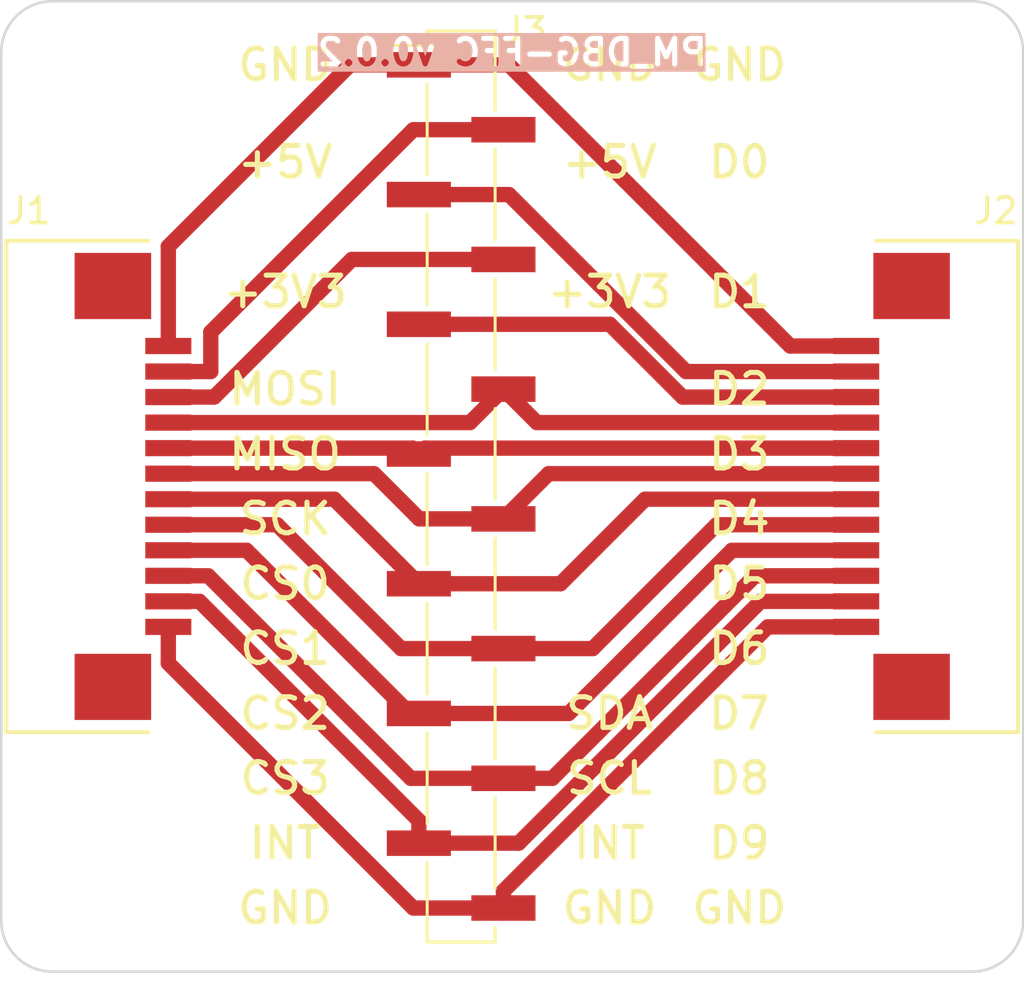
<source format=kicad_pcb>
(kicad_pcb (version 20241229) (generator "pcbnew") (generator_version "9.0")
  (layers (0 "F.Cu" signal) (2 "B.Cu" signal) (13 "F.Paste" user) (15 "B.Paste" user) (5 "F.SilkS" user "F.Silkscreen") (7 "B.SilkS" user "B.Silkscreen") (1 "F.Mask" user) (3 "B.Mask" user) (25 "Edge.Cuts" user))
  (property "article" "PM_DBG-FFC")
  (property "version" "0.0.2")
  (net 0 "")
  (net 3 "/L09")
  (net 4 "/L06")
  (net 5 "/L05")
  (net 6 "/L08")
  (net 7 "/L01")
  (net 8 "/L03_in")
  (net 9 "/L07")
  (net 10 "/L10")
  (net 11 "/L11")
  (net 12 "/L02_in")
  (net 13 "/L04")
  (net 14 "/L12")
  (net 17 "/L03_out")
  (net 18 "/L02_out")
  (footprint "Connector_PinHeader_2.54mm:PinHeader_1x14_P2.54mm_Vertical_SMD_Pin1Left" (layer "F.Cu") (at 119 69)
    (property "Reference" "J3" (at 2.5 -17.84 0) (layer "F.SilkS"))
    (property "Value" "PinHeader_01x14_P2.54_SMD_straight")
    (fp_line (start -1.33 -17.84) (end -1.33 -17.27) (stroke (width 0.12)) (layer "F.SilkS"))
    (fp_line (start -1.33 -17.84) (end 1.33 -17.84) (stroke (width 0.12)) (layer "F.SilkS"))
    (fp_line (start -1.33 -17.27) (end -2.85 -17.27) (stroke (width 0.12)) (layer "F.SilkS"))
    (fp_line (start -1.33 -15.75) (end -1.33 -12.19) (stroke (width 0.12)) (layer "F.SilkS"))
    (fp_line (start -1.33 -10.67) (end -1.33 -7.11) (stroke (width 0.12)) (layer "F.SilkS"))
    (fp_line (start -1.33 -5.59) (end -1.33 -2.03) (stroke (width 0.12)) (layer "F.SilkS"))
    (fp_line (start -1.33 -0.51) (end -1.33 3.05) (stroke (width 0.12)) (layer "F.SilkS"))
    (fp_line (start -1.33 4.57) (end -1.33 8.13) (stroke (width 0.12)) (layer "F.SilkS"))
    (fp_line (start -1.33 9.65) (end -1.33 13.21) (stroke (width 0.12)) (layer "F.SilkS"))
    (fp_line (start -1.33 14.73) (end -1.33 17.84) (stroke (width 0.12)) (layer "F.SilkS"))
    (fp_line (start -1.33 17.84) (end 1.33 17.84) (stroke (width 0.12)) (layer "F.SilkS"))
    (fp_line (start 1.33 -17.84) (end 1.33 -14.73) (stroke (width 0.12)) (layer "F.SilkS"))
    (fp_line (start 1.33 -13.21) (end 1.33 -9.65) (stroke (width 0.12)) (layer "F.SilkS"))
    (fp_line (start 1.33 -8.13) (end 1.33 -4.57) (stroke (width 0.12)) (layer "F.SilkS"))
    (fp_line (start 1.33 -3.05) (end 1.33 0.51) (stroke (width 0.12)) (layer "F.SilkS"))
    (fp_line (start 1.33 2.03) (end 1.33 5.59) (stroke (width 0.12)) (layer "F.SilkS"))
    (fp_line (start 1.33 7.11) (end 1.33 10.67) (stroke (width 0.12)) (layer "F.SilkS"))
    (fp_line (start 1.33 12.19) (end 1.33 15.75) (stroke (width 0.12)) (layer "F.SilkS"))
    (fp_line (start 1.33 17.27) (end 1.33 17.84) (stroke (width 0.12)) (layer "F.SilkS"))
    (pad "1" smd rect (at -1.655 -16.51) (size 2.51 1) (layers "F.Cu" "F.Mask" "F.Paste") (net 7 "/L01"))
    (pad "2" smd rect (at 1.655 -13.97) (size 2.51 1) (layers "F.Cu" "F.Mask" "F.Paste") (net 12 "/L02_in"))
    (pad "3" smd rect (at -1.655 -11.43) (size 2.51 1) (layers "F.Cu" "F.Mask" "F.Paste") (net 18 "/L02_out"))
    (pad "4" smd rect (at 1.655 -8.89) (size 2.51 1) (layers "F.Cu" "F.Mask" "F.Paste") (net 8 "/L03_in"))
    (pad "5" smd rect (at -1.655 -6.35) (size 2.51 1) (layers "F.Cu" "F.Mask" "F.Paste") (net 17 "/L03_out"))
    (pad "6" smd rect (at 1.655 -3.81) (size 2.51 1) (layers "F.Cu" "F.Mask" "F.Paste") (net 13 "/L04"))
    (pad "7" smd rect (at -1.655 -1.27) (size 2.51 1) (layers "F.Cu" "F.Mask" "F.Paste") (net 5 "/L05"))
    (pad "8" smd rect (at 1.655 1.27) (size 2.51 1) (layers "F.Cu" "F.Mask" "F.Paste") (net 4 "/L06"))
    (pad "9" smd rect (at -1.655 3.81) (size 2.51 1) (layers "F.Cu" "F.Mask" "F.Paste") (net 9 "/L07"))
    (pad "10" smd rect (at 1.655 6.35) (size 2.51 1) (layers "F.Cu" "F.Mask" "F.Paste") (net 6 "/L08"))
    (pad "11" smd rect (at -1.655 8.89) (size 2.51 1) (layers "F.Cu" "F.Mask" "F.Paste") (net 3 "/L09"))
    (pad "12" smd rect (at 1.655 11.43) (size 2.51 1) (layers "F.Cu" "F.Mask" "F.Paste") (net 10 "/L10"))
    (pad "13" smd rect (at -1.655 13.97) (size 2.51 1) (layers "F.Cu" "F.Mask" "F.Paste") (net 11 "/L11"))
    (pad "14" smd rect (at 1.655 16.51) (size 2.51 1) (layers "F.Cu" "F.Mask" "F.Paste") (net 14 "/L12"))
  )
  (footprint "kicad_inventree_lib:CONN10_AFA07-S12_JUS" (layer "F.Cu") (at 103.982 69 -90)
    (property "Reference" "J1" (at -10.795 1.905 0) (layer "F.SilkS"))
    (property "Value" "AFA07-S12FCC-00")
    (fp_line (start -9.623301 2.7813) (end 9.623301 2.7813) (stroke (width 0.1524)) (layer "F.SilkS"))
    (fp_line (start 9.623301 2.7813) (end 9.623301 -2.7813) (stroke (width 0.1524)) (layer "F.SilkS"))
    (fp_line (start -9.623301 -2.7813) (end -9.623301 2.7813) (stroke (width 0.1524)) (layer "F.SilkS"))
    (pad "1" smd rect (at -5.499992 -3.556 270) (size 0.635 1.8034) (layers "F.Cu" "F.Mask" "F.Paste") (net 7 "/L01"))
    (pad "2" smd rect (at -4.499994 -3.556 270) (size 0.635 1.8034) (layers "F.Cu" "F.Mask" "F.Paste") (net 12 "/L02_in"))
    (pad "3" smd rect (at -3.499996 -3.556 270) (size 0.635 1.8034) (layers "F.Cu" "F.Mask" "F.Paste") (net 8 "/L03_in"))
    (pad "4" smd rect (at -2.499998 -3.556 270) (size 0.635 1.8034) (layers "F.Cu" "F.Mask" "F.Paste") (net 13 "/L04"))
    (pad "5" smd rect (at -1.5 -3.556 270) (size 0.635 1.8034) (layers "F.Cu" "F.Mask" "F.Paste") (net 5 "/L05"))
    (pad "6" smd rect (at -0.5 -3.556 270) (size 0.635 1.8034) (layers "F.Cu" "F.Mask" "F.Paste") (net 4 "/L06"))
    (pad "7" smd rect (at 0.5 -3.556 270) (size 0.635 1.8034) (layers "F.Cu" "F.Mask" "F.Paste") (net 9 "/L07"))
    (pad "8" smd rect (at 1.5 -3.556 270) (size 0.635 1.8034) (layers "F.Cu" "F.Mask" "F.Paste") (net 6 "/L08"))
    (pad "9" smd rect (at 2.499998 -3.556 270) (size 0.635 1.8034) (layers "F.Cu" "F.Mask" "F.Paste") (net 3 "/L09"))
    (pad "10" smd rect (at 3.499996 -3.556 270) (size 0.635 1.8034) (layers "F.Cu" "F.Mask" "F.Paste") (net 10 "/L10"))
    (pad "11" smd rect (at 4.499994 -3.556 270) (size 0.635 1.8034) (layers "F.Cu" "F.Mask" "F.Paste") (net 11 "/L11"))
    (pad "12" smd rect (at 5.499992 -3.556 270) (size 0.635 1.8034) (layers "F.Cu" "F.Mask" "F.Paste") (net 14 "/L12"))
    (pad "13" smd rect (at -7.850003 -1.385999 270) (size 2.5908 2.9972) (layers "F.Cu" "F.Mask" "F.Paste"))
    (pad "13" smd rect (at 7.850003 -1.385999 270) (size 2.5908 2.9972) (layers "F.Cu" "F.Mask" "F.Paste"))
  )
  (footprint "kicad_inventree_lib:CONN10_AFA07-S12_JUS" (layer "F.Cu") (at 138.018 69 90)
    (property "Reference" "J2" (at 10.795 1.905 0) (layer "F.SilkS"))
    (property "Value" "AFA07-S12FCC-00")
    (fp_line (start -9.623301 -2.7813) (end -9.623301 2.7813) (stroke (width 0.1524)) (layer "F.SilkS"))
    (fp_line (start 9.623301 2.7813) (end 9.623301 -2.7813) (stroke (width 0.1524)) (layer "F.SilkS"))
    (fp_line (start -9.623301 2.7813) (end 9.623301 2.7813) (stroke (width 0.1524)) (layer "F.SilkS"))
    (pad "1" smd rect (at -5.499992 -3.556 90) (size 0.635 1.8034) (layers "F.Cu" "F.Mask" "F.Paste") (net 14 "/L12"))
    (pad "2" smd rect (at -4.499994 -3.556 90) (size 0.635 1.8034) (layers "F.Cu" "F.Mask" "F.Paste") (net 11 "/L11"))
    (pad "3" smd rect (at -3.499996 -3.556 90) (size 0.635 1.8034) (layers "F.Cu" "F.Mask" "F.Paste") (net 10 "/L10"))
    (pad "4" smd rect (at -2.499998 -3.556 90) (size 0.635 1.8034) (layers "F.Cu" "F.Mask" "F.Paste") (net 3 "/L09"))
    (pad "5" smd rect (at -1.5 -3.556 90) (size 0.635 1.8034) (layers "F.Cu" "F.Mask" "F.Paste") (net 6 "/L08"))
    (pad "6" smd rect (at -0.5 -3.556 90) (size 0.635 1.8034) (layers "F.Cu" "F.Mask" "F.Paste") (net 9 "/L07"))
    (pad "7" smd rect (at 0.5 -3.556 90) (size 0.635 1.8034) (layers "F.Cu" "F.Mask" "F.Paste") (net 4 "/L06"))
    (pad "8" smd rect (at 1.5 -3.556 90) (size 0.635 1.8034) (layers "F.Cu" "F.Mask" "F.Paste") (net 5 "/L05"))
    (pad "9" smd rect (at 2.499998 -3.556 90) (size 0.635 1.8034) (layers "F.Cu" "F.Mask" "F.Paste") (net 13 "/L04"))
    (pad "10" smd rect (at 3.499996 -3.556 90) (size 0.635 1.8034) (layers "F.Cu" "F.Mask" "F.Paste") (net 17 "/L03_out"))
    (pad "11" smd rect (at 4.499994 -3.556 90) (size 0.635 1.8034) (layers "F.Cu" "F.Mask" "F.Paste") (net 18 "/L02_out"))
    (pad "12" smd rect (at 5.499992 -3.556 90) (size 0.635 1.8034) (layers "F.Cu" "F.Mask" "F.Paste") (net 7 "/L01"))
    (pad "13" smd rect (at -7.850003 -1.385999 90) (size 2.5908 2.9972) (layers "F.Cu" "F.Mask" "F.Paste"))
    (pad "13" smd rect (at 7.850003 -1.385999 90) (size 2.5908 2.9972) (layers "F.Cu" "F.Mask" "F.Paste"))
  )
  (gr_arc (start 101 52) (mid 101.585786 50.585786) (end 103 50) (stroke (width 0.1)) (layer "Edge.Cuts"))
  (gr_arc (start 141 86) (mid 140.414214 87.414214) (end 139 88) (stroke (width 0.1)) (layer "Edge.Cuts"))
  (gr_arc (start 139 50) (mid 140.414214 50.585786) (end 141 52) (stroke (width 0.1)) (layer "Edge.Cuts"))
  (gr_line (start 103 88) (end 139 88) (stroke (width 0.1)) (layer "Edge.Cuts"))
  (gr_line (start 101 86) (end 101 52) (stroke (width 0.1)) (layer "Edge.Cuts"))
  (gr_line (start 141 52) (end 141 86) (stroke (width 0.1)) (layer "Edge.Cuts"))
  (gr_line (start 103 50) (end 139 50) (stroke (width 0.1)) (layer "Edge.Cuts"))
  (gr_arc (start 103 88) (mid 101.585786 87.414214) (end 101 86) (stroke (width 0.1)) (layer "Edge.Cuts"))
  (gr_text "D9" (at 129.89 82.97 0) (layer "F.SilkS") (effects (font (size 1.2 1.2) (thickness 0.2) (bold yes))))
  (gr_text "CS3" (at 112.11 80.43 0) (layer "F.SilkS") (effects (font (size 1.2 1.2) (thickness 0.2) (bold yes))))
  (gr_text "GND" (at 129.89 52.49 0) (layer "F.SilkS") (effects (font (size 1.2 1.2) (thickness 0.2) (bold yes))))
  (gr_text "MISO" (at 112.11 67.73 0) (layer "F.SilkS") (effects (font (size 1.2 1.2) (thickness 0.2) (bold yes))))
  (gr_text "SDA" (at 124.81 77.89 0) (layer "F.SilkS") (effects (font (size 1.2 1.2) (thickness 0.2) (bold yes))))
  (gr_text "D4" (at 129.89 70.27 0) (layer "F.SilkS") (effects (font (size 1.2 1.2) (thickness 0.2) (bold yes))))
  (gr_text "GND" (at 129.89 85.51 0) (layer "F.SilkS") (effects (font (size 1.2 1.2) (thickness 0.2) (bold yes))))
  (gr_text "+3V3" (at 112.11 61.38 0) (layer "F.SilkS") (effects (font (size 1.2 1.2) (thickness 0.2) (bold yes))))
  (gr_text "D2" (at 129.89 65.19 0) (layer "F.SilkS") (effects (font (size 1.2 1.2) (thickness 0.2) (bold yes))))
  (gr_text "GND" (at 112.11 52.49 0) (layer "F.SilkS") (effects (font (size 1.2 1.2) (thickness 0.2) (bold yes))))
  (gr_text "INT" (at 112.11 82.97 0) (layer "F.SilkS") (effects (font (size 1.2 1.2) (thickness 0.2) (bold yes))))
  (gr_text "CS1" (at 112.11 75.35 0) (layer "F.SilkS") (effects (font (size 1.2 1.2) (thickness 0.2) (bold yes))))
  (gr_text "INT" (at 124.81 82.97 0) (layer "F.SilkS") (effects (font (size 1.2 1.2) (thickness 0.2) (bold yes))))
  (gr_text "CS0" (at 112.11 72.81 0) (layer "F.SilkS") (effects (font (size 1.2 1.2) (thickness 0.2) (bold yes))))
  (gr_text "D6" (at 129.89 75.35 0) (layer "F.SilkS") (effects (font (size 1.2 1.2) (thickness 0.2) (bold yes))))
  (gr_text "MOSI" (at 112.11 65.19 0) (layer "F.SilkS") (effects (font (size 1.2 1.2) (thickness 0.2) (bold yes))))
  (gr_text "+3V3" (at 124.81 61.38 0) (layer "F.SilkS") (effects (font (size 1.2 1.2) (thickness 0.2) (bold yes))))
  (gr_text "D1" (at 129.89 61.38 0) (layer "F.SilkS") (effects (font (size 1.2 1.2) (thickness 0.2) (bold yes))))
  (gr_text "D5" (at 129.89 72.81 0) (layer "F.SilkS") (effects (font (size 1.2 1.2) (thickness 0.2) (bold yes))))
  (gr_text "CS2" (at 112.11 77.89 0) (layer "F.SilkS") (effects (font (size 1.2 1.2) (thickness 0.2) (bold yes))))
  (gr_text "SCL" (at 124.81 80.43 0) (layer "F.SilkS") (effects (font (size 1.2 1.2) (thickness 0.2) (bold yes))))
  (gr_text "GND" (at 124.81 85.51 0) (layer "F.SilkS") (effects (font (size 1.2 1.2) (thickness 0.2) (bold yes))))
  (gr_text "GND" (at 112.11 85.51 0) (layer "F.SilkS") (effects (font (size 1.2 1.2) (thickness 0.2) (bold yes))))
  (gr_text "D0" (at 129.89 56.3 0) (layer "F.SilkS") (effects (font (size 1.2 1.2) (thickness 0.2) (bold yes))))
  (gr_text "SCK" (at 112.11 70.27 0) (layer "F.SilkS") (effects (font (size 1.2 1.2) (thickness 0.2) (bold yes))))
  (gr_text "D7" (at 129.89 77.89 0) (layer "F.SilkS") (effects (font (size 1.2 1.2) (thickness 0.2) (bold yes))))
  (gr_text "D8" (at 129.89 80.43 0) (layer "F.SilkS") (effects (font (size 1.2 1.2) (thickness 0.2) (bold yes))))
  (gr_text "D3" (at 129.89 67.73 0) (layer "F.SilkS") (effects (font (size 1.2 1.2) (thickness 0.2) (bold yes))))
  (gr_text "GND" (at 124.81 52.49 0) (layer "F.SilkS") (effects (font (size 1.2 1.2) (thickness 0.2) (bold yes))))
  (gr_text "+5V" (at 112.11 56.3 0) (layer "F.SilkS") (effects (font (size 1.2 1.2) (thickness 0.2) (bold yes))))
  (gr_text "+5V" (at 124.81 56.3 0) (layer "F.SilkS") (effects (font (size 1.2 1.2) (thickness 0.2) (bold yes))))
  (gr_text "${article} v${version}" (at 121 52 0) (layer "B.SilkS" knockout) (effects (font (size 1 1) (thickness 0.2) (bold yes)) (justify mirror)))
  (segment (start 123.21 77.89) (end 129.600002 71.499998) (width 0.6) (layer "F.Cu") (net 3))
  (segment (start 117.345 77.89) (end 123.21 77.89) (width 0.6) (layer "F.Cu") (net 3))
  (segment (start 110.599998 71.499998) (end 116.99 77.89) (width 0.6) (layer "F.Cu") (net 3))
  (segment (start 116.99 77.89) (end 117.345 77.89) (width 0.6) (layer "F.Cu") (net 3))
  (segment (start 129.600002 71.499998) (end 134.462 71.499998) (width 0.6) (layer "F.Cu") (net 3))
  (segment (start 107.538 71.499998) (end 110.599998 71.499998) (width 0.6) (layer "F.Cu") (net 3))
  (segment (start 115.589 68.5) (end 117.359 70.27) (width 0.6) (layer "F.Cu") (net 4))
  (segment (start 122.425 68.5) (end 134.462 68.5) (width 0.6) (layer "F.Cu") (net 4))
  (segment (start 117.359 70.27) (end 120.655 70.27) (width 0.6) (layer "F.Cu") (net 4))
  (segment (start 120.655 70.27) (end 122.425 68.5) (width 0.6) (layer "F.Cu") (net 4))
  (segment (start 107.538 68.5) (end 115.589 68.5) (width 0.6) (layer "F.Cu") (net 4))
  (segment (start 117.115 67.5) (end 117.345 67.73) (width 0.6) (layer "F.Cu") (net 5))
  (segment (start 117.345 67.73) (end 117.575 67.5) (width 0.6) (layer "F.Cu") (net 5))
  (segment (start 117.575 67.5) (end 134.462 67.5) (width 0.6) (layer "F.Cu") (net 5))
  (segment (start 107.538 67.5) (end 117.115 67.5) (width 0.6) (layer "F.Cu") (net 5))
  (segment (start 107.538 70.5) (end 111.8 70.5) (width 0.6) (layer "F.Cu") (net 6))
  (segment (start 111.8 70.5) (end 116.65 75.35) (width 0.6) (layer "F.Cu") (net 6))
  (segment (start 116.65 75.35) (end 120.655 75.35) (width 0.6) (layer "F.Cu") (net 6))
  (segment (start 129 70.5) (end 134.462 70.5) (width 0.6) (layer "F.Cu") (net 6))
  (segment (start 124.15 75.35) (end 129 70.5) (width 0.6) (layer "F.Cu") (net 6))
  (segment (start 120.655 75.35) (end 124.15 75.35) (width 0.6) (layer "F.Cu") (net 6))
  (segment (start 131.882008 63.500008) (end 134.462 63.500008) (width 0.6) (layer "F.Cu") (net 7))
  (segment (start 117.345 52.49) (end 120.872 52.49) (width 0.6) (layer "F.Cu") (net 7))
  (segment (start 107.538 59.602) (end 114.65 52.49) (width 0.6) (layer "F.Cu") (net 7))
  (segment (start 120.872 52.49) (end 131.882008 63.500008) (width 0.6) (layer "F.Cu") (net 7))
  (segment (start 107.538 63.500008) (end 107.538 59.602) (width 0.6) (layer "F.Cu") (net 7))
  (segment (start 114.65 52.49) (end 117.345 52.49) (width 0.6) (layer "F.Cu") (net 7))
  (segment (start 107.538 65.500004) (end 109.332781 65.500004) (width 0.6) (layer "F.Cu") (net 8))
  (segment (start 109.332781 65.500004) (end 114.722785 60.11) (width 0.6) (layer "F.Cu") (net 8))
  (segment (start 114.722785 60.11) (end 120.655 60.11) (width 0.6) (layer "F.Cu") (net 8))
  (segment (start 122.89 72.81) (end 126.2 69.5) (width 0.6) (layer "F.Cu") (net 9))
  (segment (start 107.538 69.5) (end 114.035 69.5) (width 0.6) (layer "F.Cu") (net 9))
  (segment (start 126.2 69.5) (end 134.462 69.5) (width 0.6) (layer "F.Cu") (net 9))
  (segment (start 114.035 69.5) (end 117.345 72.81) (width 0.6) (layer "F.Cu") (net 9))
  (segment (start 117.345 72.81) (end 122.89 72.81) (width 0.6) (layer "F.Cu") (net 9))
  (segment (start 109.099996 72.499996) (end 117.03 80.43) (width 0.6) (layer "F.Cu") (net 10))
  (segment (start 117.03 80.43) (end 120.655 80.43) (width 0.6) (layer "F.Cu") (net 10))
  (segment (start 130.500004 72.499996) (end 134.462 72.499996) (width 0.6) (layer "F.Cu") (net 10))
  (segment (start 122.57 80.43) (end 130.500004 72.499996) (width 0.6) (layer "F.Cu") (net 10))
  (segment (start 120.655 80.43) (end 122.57 80.43) (width 0.6) (layer "F.Cu") (net 10))
  (segment (start 107.538 72.499996) (end 109.099996 72.499996) (width 0.6) (layer "F.Cu") (net 10))
  (segment (start 130.720402 73.499994) (end 134.462 73.499994) (width 0.6) (layer "F.Cu") (net 11))
  (segment (start 121.250396 82.97) (end 130.720402 73.499994) (width 0.6) (layer "F.Cu") (net 11))
  (segment (start 117.345 82.085792) (end 117.345 82.97) (width 0.6) (layer "F.Cu") (net 11))
  (segment (start 107.538 73.499994) (end 108.759202 73.499994) (width 0.6) (layer "F.Cu") (net 11))
  (segment (start 117.345 82.97) (end 121.250396 82.97) (width 0.6) (layer "F.Cu") (net 11))
  (segment (start 108.759202 73.499994) (end 117.345 82.085792) (width 0.6) (layer "F.Cu") (net 11))
  (segment (start 109.199994 64.500006) (end 109.199994 62.958006) (width 0.6) (layer "F.Cu") (net 12))
  (segment (start 107.538 64.500006) (end 109.199994 64.500006) (width 0.6) (layer "F.Cu") (net 12))
  (segment (start 109.199994 62.958006) (end 117.128 55.03) (width 0.6) (layer "F.Cu") (net 12))
  (segment (start 117.128 55.03) (end 120.655 55.03) (width 0.6) (layer "F.Cu") (net 12))
  (segment (start 121.965002 66.500002) (end 134.462 66.500002) (width 0.6) (layer "F.Cu") (net 13))
  (segment (start 119.344998 66.500002) (end 120.655 65.19) (width 0.6) (layer "F.Cu") (net 13))
  (segment (start 120.655 65.19) (end 121.965002 66.500002) (width 0.6) (layer "F.Cu") (net 13))
  (segment (start 107.538 66.500002) (end 119.344998 66.500002) (width 0.6) (layer "F.Cu") (net 13))
  (segment (start 107.538 75.92) (end 117.128 85.51) (width 0.6) (layer "F.Cu") (net 14))
  (segment (start 131.000008 74.499992) (end 134.462 74.499992) (width 0.6) (layer "F.Cu") (net 14))
  (segment (start 120.655 84.845) (end 131.000008 74.499992) (width 0.6) (layer "F.Cu") (net 14))
  (segment (start 107.538 74.499992) (end 107.538 75.92) (width 0.6) (layer "F.Cu") (net 14))
  (segment (start 117.128 85.51) (end 120.655 85.51) (width 0.6) (layer "F.Cu") (net 14))
  (segment (start 120.655 85.51) (end 120.655 84.845) (width 0.6) (layer "F.Cu") (net 14))
  (segment (start 117.345 62.65) (end 124.819214 62.65) (width 0.6) (layer "F.Cu") (net 17))
  (segment (start 124.819214 62.65) (end 127.669218 65.500004) (width 0.6) (layer "F.Cu") (net 17))
  (segment (start 127.669218 65.500004) (end 134.462 65.500004) (width 0.6) (layer "F.Cu") (net 17))
  (segment (start 117.345 57.57) (end 120.872 57.57) (width 0.6) (layer "F.Cu") (net 18))
  (segment (start 120.872 57.57) (end 127.802006 64.500006) (width 0.6) (layer "F.Cu") (net 18))
  (segment (start 127.802006 64.500006) (end 134.462 64.500006) (width 0.6) (layer "F.Cu") (net 18))
)
</source>
